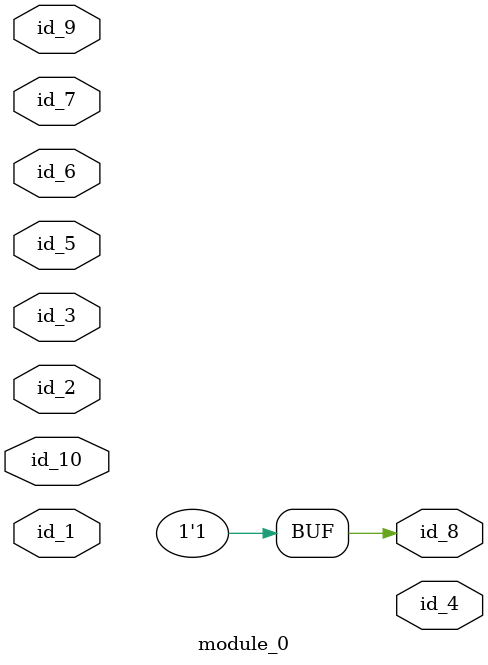
<source format=v>
module module_0 (
    id_1,
    id_2,
    id_3,
    id_4,
    id_5,
    id_6,
    id_7,
    id_8,
    id_9,
    id_10
);
  input id_10;
  inout id_9;
  output id_8;
  input id_7;
  input id_6;
  input id_5;
  output id_4;
  input id_3;
  inout id_2;
  input id_1;
  assign id_8[1'b0] = 1;
endmodule

</source>
